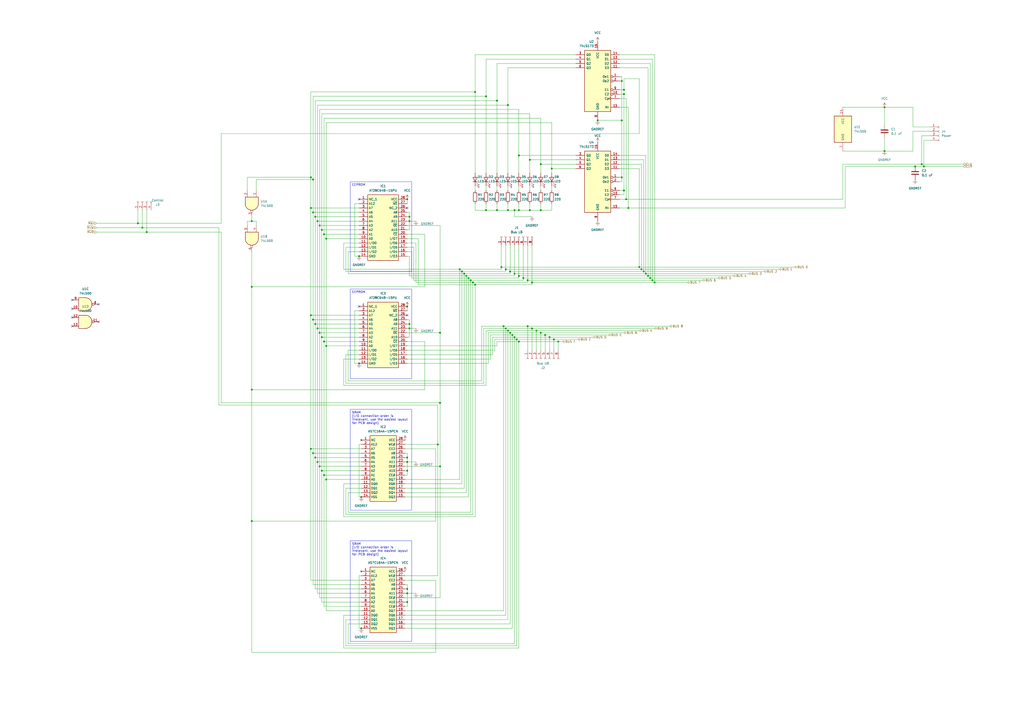
<source format=kicad_sch>
(kicad_sch (version 20231120) (generator "eeschema") (generator_version "8.0")
  (paper "A2")
  (junction (at 180.34 260.35))
  (junction (at 255.27 270.51))
  (junction (at 293.37 190.5))
  (junction (at 185.42 270.51))
  (junction (at 275.59 165.1))
  (junction (at 307.34 92.71))
  (junction (at 377.19 161.29))
  (junction (at 300.99 198.12))
  (junction (at 274.32 163.83))
  (junction (at 288.29 121.92))
  (junction (at 294.64 60.96))
  (junction (at 237.49 190.5))
  (junction (at 255.27 193.04))
  (junction (at 281.94 55.88))
  (junction (at 273.05 162.56))
  (junction (at 323.85 198.12))
  (junction (at 208.28 148.59))
  (junction (at 185.42 130.81))
  (junction (at 267.97 157.48))
  (junction (at 189.23 278.13))
  (junction (at 373.38 157.48))
  (junction (at 364.49 120.65))
  (junction (at 184.15 190.5))
  (junction (at 293.37 156.21))
  (junction (at 308.61 163.83))
  (junction (at 146.05 128.27))
  (junction (at 254 257.81))
  (junction (at 189.23 138.43))
  (junction (at 266.7 156.21))
  (junction (at 298.45 158.75))
  (junction (at 300.99 90.17))
  (junction (at 370.84 154.94))
  (junction (at 237.49 187.96))
  (junction (at 361.95 110.49))
  (junction (at 306.07 162.56))
  (junction (at 360.68 46.99))
  (junction (at 82.55 132.08))
  (junction (at 321.31 196.85))
  (junction (at 85.09 134.62))
  (junction (at 530.86 96.52))
  (junction (at 184.15 267.97))
  (junction (at 360.68 69.85))
  (junction (at 275.59 53.34))
  (junction (at 236.22 341.63))
  (junction (at 236.22 349.25))
  (junction (at 318.77 195.58))
  (junction (at 184.15 128.27))
  (junction (at 236.22 344.17))
  (junction (at 535.94 96.52))
  (junction (at 189.23 200.66))
  (junction (at 186.69 273.05))
  (junction (at 294.64 191.77))
  (junction (at 271.78 161.29))
  (junction (at 187.96 135.89))
  (junction (at 295.91 157.48))
  (junction (at 208.28 210.82))
  (junction (at 378.46 162.56))
  (junction (at 80.01 129.54))
  (junction (at 534.67 95.25))
  (junction (at 513.08 62.23))
  (junction (at 269.24 158.75))
  (junction (at 295.91 193.04))
  (junction (at 182.88 187.96))
  (junction (at 181.61 104.14))
  (junction (at 320.04 97.79))
  (junction (at 288.29 58.42))
  (junction (at 236.22 177.8))
  (junction (at 236.22 273.05))
  (junction (at 186.69 195.58))
  (junction (at 346.71 69.85))
  (junction (at 363.22 115.57))
  (junction (at 374.65 158.75))
  (junction (at 313.69 121.92))
  (junction (at 281.94 121.92))
  (junction (at 187.96 198.12))
  (junction (at 316.23 194.31))
  (junction (at 300.99 160.02))
  (junction (at 290.83 154.94))
  (junction (at 180.34 120.65))
  (junction (at 237.49 128.27))
  (junction (at 311.15 191.77))
  (junction (at 182.88 125.73))
  (junction (at 236.22 265.43))
  (junction (at 187.96 275.59))
  (junction (at 297.18 194.31))
  (junction (at 180.34 102.87))
  (junction (at 294.64 121.92))
  (junction (at 146.05 226.06))
  (junction (at 313.69 193.04))
  (junction (at 303.53 161.29))
  (junction (at 298.45 195.58))
  (junction (at 307.34 121.92))
  (junction (at 372.11 156.21))
  (junction (at 308.61 190.5))
  (junction (at 186.69 133.35))
  (junction (at 185.42 193.04))
  (junction (at 237.49 125.73))
  (junction (at 270.51 160.02))
  (junction (at 375.92 160.02))
  (junction (at 146.05 302.26))
  (junction (at 182.88 265.43))
  (junction (at 298.45 121.92))
  (junction (at 146.05 166.37))
  (junction (at 361.95 54.61))
  (junction (at 236.22 115.57))
  (junction (at 360.68 102.87))
  (junction (at 181.61 262.89))
  (junction (at 299.72 196.85))
  (junction (at 300.99 121.92))
  (junction (at 255.27 233.68))
  (junction (at 361.95 52.07))
  (junction (at 209.55 364.49))
  (junction (at 181.61 123.19))
  (junction (at 236.22 267.97))
  (junction (at 306.07 189.23))
  (junction (at 379.73 163.83))
  (junction (at 313.69 95.25))
  (junction (at 209.55 288.29))
  (junction (at 181.61 185.42))
  (junction (at 180.34 182.88))
  (junction (at 513.08 87.63))
  (junction (at 292.1 189.23))
  (no_connect (at 41.91 179.07))
  (no_connect (at 41.91 189.23))
  (no_connect (at 57.15 186.69))
  (no_connect (at 208.28 115.57))
  (no_connect (at 208.28 177.8))
  (no_connect (at 41.91 173.99))
  (no_connect (at 41.91 184.15))
  (no_connect (at 236.22 120.65))
  (no_connect (at 57.15 176.53))
  (no_connect (at 236.22 182.88))
  (wire (pts (xy 292.1 354.33) (xy 292.1 189.23)))
  (wire (pts (xy 539.75 78.74) (xy 534.67 78.74)))
  (wire (pts (xy 252.73 336.55) (xy 252.73 378.46)))
  (wire (pts (xy 201.93 297.18) (xy 201.93 285.75)))
  (wire (pts (xy 201.93 158.75) (xy 269.24 158.75)))
  (wire (pts (xy 373.38 92.71) (xy 373.38 157.48)))
  (wire (pts (xy 187.96 68.58) (xy 313.69 68.58)))
  (wire (pts (xy 255.27 193.04) (xy 236.22 193.04)))
  (wire (pts (xy 346.71 69.85) (xy 360.68 69.85)))
  (wire (pts (xy 80.01 121.92) (xy 80.01 129.54)))
  (wire (pts (xy 208.28 334.01) (xy 208.28 364.49)))
  (wire (pts (xy 375.92 39.37) (xy 359.41 39.37)))
  (wire (pts (xy 307.34 107.95) (xy 307.34 110.49)))
  (wire (pts (xy 285.75 195.58) (xy 298.45 195.58)))
  (wire (pts (xy 181.61 262.89) (xy 209.55 262.89)))
  (wire (pts (xy 294.64 191.77) (xy 294.64 359.41)))
  (wire (pts (xy 186.69 133.35) (xy 186.69 195.58)))
  (wire (pts (xy 234.95 354.33) (xy 292.1 354.33)))
  (wire (pts (xy 246.38 135.89) (xy 246.38 166.37)))
  (wire (pts (xy 303.53 142.24) (xy 303.53 161.29)))
  (wire (pts (xy 318.77 195.58) (xy 344.17 195.58)))
  (wire (pts (xy 284.48 208.28) (xy 284.48 194.31)))
  (wire (pts (xy 529.59 73.66) (xy 539.75 73.66)))
  (wire (pts (xy 535.94 96.52) (xy 558.8 96.52)))
  (wire (pts (xy 288.29 200.66) (xy 288.29 198.12)))
  (wire (pts (xy 529.59 76.2) (xy 539.75 76.2)))
  (wire (pts (xy 271.78 161.29) (xy 300.99 161.29)))
  (wire (pts (xy 187.96 198.12) (xy 187.96 275.59)))
  (wire (pts (xy 488.95 115.57) (xy 488.95 95.25)))
  (wire (pts (xy 181.61 262.89) (xy 181.61 339.09)))
  (wire (pts (xy 288.29 107.95) (xy 288.29 110.49)))
  (wire (pts (xy 237.49 125.73) (xy 237.49 128.27)))
  (wire (pts (xy 294.64 39.37) (xy 294.64 60.96)))
  (wire (pts (xy 300.99 375.92) (xy 300.99 198.12)))
  (wire (pts (xy 360.68 102.87) (xy 360.68 105.41)))
  (wire (pts (xy 189.23 71.12) (xy 189.23 138.43)))
  (wire (pts (xy 236.22 177.8) (xy 236.22 180.34)))
  (wire (pts (xy 180.34 53.34) (xy 180.34 102.87)))
  (wire (pts (xy 185.42 346.71) (xy 209.55 346.71)))
  (wire (pts (xy 320.04 71.12) (xy 320.04 97.79)))
  (wire (pts (xy 234.95 283.21) (xy 269.24 283.21)))
  (wire (pts (xy 370.84 154.94) (xy 461.01 154.94)))
  (wire (pts (xy 379.73 31.75) (xy 359.41 31.75)))
  (wire (pts (xy 237.49 128.27) (xy 241.3 128.27)))
  (wire (pts (xy 308.61 163.83) (xy 379.73 163.83)))
  (wire (pts (xy 279.4 220.98) (xy 279.4 189.23)))
  (wire (pts (xy 307.34 92.71) (xy 307.34 100.33)))
  (wire (pts (xy 199.39 156.21) (xy 266.7 156.21)))
  (wire (pts (xy 252.73 260.35) (xy 252.73 302.26)))
  (wire (pts (xy 199.39 208.28) (xy 199.39 223.52)))
  (wire (pts (xy 200.66 143.51) (xy 200.66 157.48)))
  (wire (pts (xy 181.61 185.42) (xy 181.61 262.89)))
  (wire (pts (xy 298.45 158.75) (xy 298.45 160.02)))
  (wire (pts (xy 199.39 375.92) (xy 300.99 375.92)))
  (wire (pts (xy 320.04 97.79) (xy 320.04 100.33)))
  (wire (pts (xy 308.61 190.5) (xy 379.73 190.5)))
  (wire (pts (xy 299.72 196.85) (xy 321.31 196.85)))
  (wire (pts (xy 237.49 148.59) (xy 237.49 160.02)))
  (wire (pts (xy 281.94 55.88) (xy 281.94 100.33)))
  (wire (pts (xy 201.93 373.38) (xy 298.45 373.38)))
  (wire (pts (xy 513.08 87.63) (xy 513.08 80.01)))
  (wire (pts (xy 234.95 341.63) (xy 236.22 341.63)))
  (wire (pts (xy 313.69 193.04) (xy 361.95 193.04)))
  (wire (pts (xy 208.28 118.11) (xy 205.74 118.11)))
  (wire (pts (xy 283.21 193.04) (xy 295.91 193.04)))
  (wire (pts (xy 237.49 185.42) (xy 237.49 187.96)))
  (wire (pts (xy 290.83 154.94) (xy 290.83 156.21)))
  (wire (pts (xy 236.22 265.43) (xy 236.22 267.97)))
  (wire (pts (xy 363.22 115.57) (xy 363.22 57.15)))
  (wire (pts (xy 374.65 90.17) (xy 374.65 158.75)))
  (wire (pts (xy 146.05 146.05) (xy 146.05 166.37)))
  (wire (pts (xy 323.85 198.12) (xy 323.85 203.2)))
  (wire (pts (xy 360.68 102.87) (xy 359.41 102.87)))
  (wire (pts (xy 284.48 194.31) (xy 297.18 194.31)))
  (wire (pts (xy 313.69 95.25) (xy 313.69 100.33)))
  (wire (pts (xy 236.22 341.63) (xy 236.22 344.17)))
  (wire (pts (xy 298.45 121.92) (xy 298.45 125.73)))
  (wire (pts (xy 189.23 354.33) (xy 209.55 354.33)))
  (wire (pts (xy 236.22 115.57) (xy 236.22 118.11)))
  (wire (pts (xy 254 234.95) (xy 127 234.95)))
  (wire (pts (xy 373.38 157.48) (xy 443.23 157.48)))
  (wire (pts (xy 186.69 273.05) (xy 186.69 349.25)))
  (wire (pts (xy 513.08 62.23) (xy 488.95 62.23)))
  (wire (pts (xy 199.39 223.52) (xy 281.94 223.52)))
  (wire (pts (xy 300.99 121.92) (xy 298.45 121.92)))
  (wire (pts (xy 288.29 198.12) (xy 300.99 198.12)))
  (wire (pts (xy 181.61 104.14) (xy 181.61 123.19)))
  (wire (pts (xy 148.59 104.14) (xy 148.59 110.49)))
  (wire (pts (xy 281.94 107.95) (xy 281.94 110.49)))
  (wire (pts (xy 182.88 58.42) (xy 182.88 125.73)))
  (wire (pts (xy 295.91 193.04) (xy 295.91 361.95)))
  (wire (pts (xy 321.31 196.85) (xy 321.31 203.2)))
  (wire (pts (xy 185.42 63.5) (xy 300.99 63.5)))
  (wire (pts (xy 377.19 161.29) (xy 416.56 161.29)))
  (wire (pts (xy 236.22 125.73) (xy 237.49 125.73)))
  (wire (pts (xy 313.69 95.25) (xy 313.69 68.58)))
  (wire (pts (xy 275.59 118.11) (xy 275.59 121.92)))
  (wire (pts (xy 311.15 191.77) (xy 370.84 191.77)))
  (wire (pts (xy 128.27 77.47) (xy 128.27 129.54)))
  (wire (pts (xy 185.42 193.04) (xy 185.42 270.51)))
  (wire (pts (xy 189.23 354.33) (xy 189.23 278.13)))
  (wire (pts (xy 236.22 349.25) (xy 236.22 344.17)))
  (wire (pts (xy 146.05 166.37) (xy 146.05 226.06)))
  (wire (pts (xy 246.38 198.12) (xy 246.38 226.06)))
  (wire (pts (xy 255.27 233.68) (xy 128.27 233.68)))
  (wire (pts (xy 267.97 280.67) (xy 234.95 280.67)))
  (wire (pts (xy 287.02 203.2) (xy 287.02 196.85)))
  (wire (pts (xy 534.67 95.25) (xy 558.8 95.25)))
  (wire (pts (xy 234.95 356.87) (xy 293.37 356.87)))
  (wire (pts (xy 185.42 270.51) (xy 209.55 270.51)))
  (wire (pts (xy 275.59 121.92) (xy 281.94 121.92)))
  (wire (pts (xy 236.22 140.97) (xy 241.3 140.97)))
  (wire (pts (xy 182.88 125.73) (xy 182.88 187.96)))
  (wire (pts (xy 359.41 52.07) (xy 361.95 52.07)))
  (wire (pts (xy 294.64 60.96) (xy 294.64 100.33)))
  (wire (pts (xy 513.08 72.39) (xy 513.08 62.23)))
  (wire (pts (xy 208.28 185.42) (xy 181.61 185.42)))
  (wire (pts (xy 208.28 205.74) (xy 200.66 205.74)))
  (wire (pts (xy 288.29 118.11) (xy 288.29 121.92)))
  (wire (pts (xy 180.34 53.34) (xy 275.59 53.34)))
  (wire (pts (xy 255.27 270.51) (xy 255.27 346.71)))
  (wire (pts (xy 372.11 156.21) (xy 452.12 156.21)))
  (wire (pts (xy 300.99 90.17) (xy 300.99 100.33)))
  (wire (pts (xy 236.22 208.28) (xy 284.48 208.28)))
  (wire (pts (xy 236.22 205.74) (xy 285.75 205.74)))
  (wire (pts (xy 379.73 163.83) (xy 398.78 163.83)))
  (wire (pts (xy 359.41 97.79) (xy 370.84 97.79)))
  (wire (pts (xy 255.27 346.71) (xy 234.95 346.71)))
  (wire (pts (xy 295.91 157.48) (xy 295.91 158.75)))
  (wire (pts (xy 313.69 107.95) (xy 313.69 110.49)))
  (wire (pts (xy 254 334.01) (xy 234.95 334.01)))
  (wire (pts (xy 288.29 36.83) (xy 288.29 58.42)))
  (wire (pts (xy 359.41 113.03) (xy 361.95 113.03)))
  (wire (pts (xy 320.04 118.11) (xy 320.04 121.92)))
  (wire (pts (xy 294.64 121.92) (xy 298.45 121.92)))
  (wire (pts (xy 535.94 96.52) (xy 535.94 81.28)))
  (wire (pts (xy 181.61 339.09) (xy 209.55 339.09)))
  (wire (pts (xy 255.27 233.68) (xy 255.27 270.51)))
  (wire (pts (xy 361.95 54.61) (xy 361.95 110.49)))
  (wire (pts (xy 316.23 194.31) (xy 316.23 203.2)))
  (wire (pts (xy 82.55 132.08) (xy 127 132.08)))
  (wire (pts (xy 199.39 280.67) (xy 199.39 299.72)))
  (wire (pts (xy 208.28 138.43) (xy 189.23 138.43)))
  (wire (pts (xy 199.39 140.97) (xy 199.39 156.21)))
  (wire (pts (xy 255.27 130.81) (xy 255.27 193.04)))
  (wire (pts (xy 529.59 62.23) (xy 529.59 73.66)))
  (wire (pts (xy 290.83 142.24) (xy 290.83 154.94)))
  (wire (pts (xy 293.37 190.5) (xy 308.61 190.5)))
  (wire (pts (xy 205.74 148.59) (xy 208.28 148.59)))
  (wire (pts (xy 236.22 339.09) (xy 236.22 341.63)))
  (wire (pts (xy 334.01 95.25) (xy 313.69 95.25)))
  (wire (pts (xy 313.69 121.92) (xy 307.34 121.92)))
  (wire (pts (xy 236.22 130.81) (xy 255.27 130.81)))
  (wire (pts (xy 236.22 351.79) (xy 236.22 349.25)))
  (wire (pts (xy 189.23 200.66) (xy 189.23 278.13)))
  (wire (pts (xy 295.91 157.48) (xy 373.38 157.48)))
  (wire (pts (xy 334.01 92.71) (xy 307.34 92.71)))
  (wire (pts (xy 209.55 257.81) (xy 208.28 257.81)))
  (wire (pts (xy 182.88 187.96) (xy 182.88 265.43)))
  (wire (pts (xy 205.74 180.34) (xy 205.74 210.82)))
  (wire (pts (xy 187.96 275.59) (xy 187.96 351.79)))
  (wire (pts (xy 208.28 288.29) (xy 209.55 288.29)))
  (wire (pts (xy 146.05 128.27) (xy 146.05 125.73)))
  (wire (pts (xy 297.18 194.31) (xy 316.23 194.31)))
  (wire (pts (xy 270.51 285.75) (xy 234.95 285.75)))
  (wire (pts (xy 269.24 283.21) (xy 269.24 158.75)))
  (wire (pts (xy 208.28 130.81) (xy 185.42 130.81)))
  (wire (pts (xy 208.28 125.73) (xy 182.88 125.73)))
  (wire (pts (xy 361.95 45.72) (xy 370.84 45.72)))
  (wire (pts (xy 375.92 160.02) (xy 425.45 160.02)))
  (wire (pts (xy 273.05 162.56) (xy 273.05 297.18)))
  (wire (pts (xy 270.51 160.02) (xy 270.51 285.75)))
  (wire (pts (xy 281.94 223.52) (xy 281.94 191.77)))
  (wire (pts (xy 298.45 373.38) (xy 298.45 195.58)))
  (wire (pts (xy 234.95 265.43) (xy 236.22 265.43)))
  (wire (pts (xy 201.93 220.98) (xy 279.4 220.98)))
  (wire (pts (xy 300.99 107.95) (xy 300.99 110.49)))
  (wire (pts (xy 237.49 187.96) (xy 237.49 190.5)))
  (wire (pts (xy 182.88 58.42) (xy 288.29 58.42)))
  (wire (pts (xy 254 257.81) (xy 254 334.01)))
  (wire (pts (xy 236.22 146.05) (xy 238.76 146.05)))
  (wire (pts (xy 240.03 143.51) (xy 240.03 162.56)))
  (wire (pts (xy 209.55 334.01) (xy 208.28 334.01)))
  (wire (pts (xy 252.73 302.26) (xy 146.05 302.26)))
  (wire (pts (xy 359.41 120.65) (xy 364.49 120.65)))
  (wire (pts (xy 299.72 374.65) (xy 200.66 374.65)))
  (wire (pts (xy 208.28 182.88) (xy 180.34 182.88)))
  (wire (pts (xy 323.85 198.12) (xy 326.39 198.12)))
  (wire (pts (xy 208.28 143.51) (xy 200.66 143.51)))
  (wire (pts (xy 236.22 267.97) (xy 241.3 267.97)))
  (wire (pts (xy 236.22 187.96) (xy 237.49 187.96)))
  (wire (pts (xy 236.22 262.89) (xy 236.22 265.43)))
  (wire (pts (xy 293.37 142.24) (xy 293.37 156.21)))
  (wire (pts (xy 281.94 121.92) (xy 288.29 121.92)))
  (wire (pts (xy 180.34 120.65) (xy 180.34 182.88)))
  (wire (pts (xy 234.95 349.25) (xy 236.22 349.25)))
  (wire (pts (xy 363.22 115.57) (xy 488.95 115.57)))
  (wire (pts (xy 236.22 143.51) (xy 240.03 143.51)))
  (wire (pts (xy 308.61 163.83) (xy 308.61 165.1)))
  (wire (pts (xy 370.84 97.79) (xy 370.84 154.94)))
  (wire (pts (xy 186.69 273.05) (xy 209.55 273.05)))
  (wire (pts (xy 255.27 270.51) (xy 234.95 270.51)))
  (wire (pts (xy 361.95 54.61) (xy 359.41 54.61)))
  (wire (pts (xy 334.01 31.75) (xy 275.59 31.75)))
  (wire (pts (xy 237.49 160.02) (xy 270.51 160.02)))
  (wire (pts (xy 184.15 190.5) (xy 184.15 267.97)))
  (wire (pts (xy 208.28 140.97) (xy 199.39 140.97)))
  (wire (pts (xy 184.15 128.27) (xy 184.15 190.5)))
  (wire (pts (xy 529.59 76.2) (xy 529.59 87.63)))
  (wire (pts (xy 146.05 302.26) (xy 146.05 378.46)))
  (wire (pts (xy 199.39 299.72) (xy 275.59 299.72)))
  (wire (pts (xy 201.93 146.05) (xy 201.93 158.75)))
  (wire (pts (xy 236.22 273.05) (xy 236.22 267.97)))
  (wire (pts (xy 148.59 130.81) (xy 148.59 128.27)))
  (wire (pts (xy 364.49 120.65) (xy 490.22 120.65)))
  (wire (pts (xy 535.94 81.28) (xy 539.75 81.28)))
  (wire (pts (xy 300.99 118.11) (xy 300.99 121.92)))
  (wire (pts (xy 186.69 66.04) (xy 186.69 133.35)))
  (wire (pts (xy 294.64 191.77) (xy 311.15 191.77)))
  (wire (pts (xy 288.29 58.42) (xy 288.29 100.33)))
  (wire (pts (xy 321.31 196.85) (xy 335.28 196.85)))
  (wire (pts (xy 534.67 78.74) (xy 534.67 95.25)))
  (wire (pts (xy 234.95 260.35) (xy 252.73 260.35)))
  (wire (pts (xy 267.97 157.48) (xy 267.97 280.67)))
  (wire (pts (xy 209.55 265.43) (xy 182.88 265.43)))
  (wire (pts (xy 208.28 193.04) (xy 185.42 193.04)))
  (wire (pts (xy 200.66 157.48) (xy 267.97 157.48)))
  (wire (pts (xy 236.22 344.17) (xy 241.3 344.17)))
  (wire (pts (xy 185.42 270.51) (xy 185.42 346.71)))
  (wire (pts (xy 280.67 222.25) (xy 280.67 190.5)))
  (wire (pts (xy 236.22 203.2) (xy 287.02 203.2)))
  (wire (pts (xy 184.15 60.96) (xy 184.15 128.27)))
  (wire (pts (xy 334.01 97.79) (xy 320.04 97.79)))
  (wire (pts (xy 359.41 62.23) (xy 364.49 62.23)))
  (wire (pts (xy 306.07 162.56) (xy 306.07 163.83)))
  (wire (pts (xy 143.51 128.27) (xy 146.05 128.27)))
  (wire (pts (xy 236.22 135.89) (xy 246.38 135.89)))
  (wire (pts (xy 201.93 285.75) (xy 209.55 285.75)))
  (wire (pts (xy 236.22 128.27) (xy 237.49 128.27)))
  (wire (pts (xy 361.95 52.07) (xy 361.95 45.72)))
  (wire (pts (xy 236.22 200.66) (xy 288.29 200.66)))
  (wire (pts (xy 364.49 62.23) (xy 364.49 120.65)))
  (wire (pts (xy 281.94 34.29) (xy 281.94 55.88)))
  (wire (pts (xy 146.05 226.06) (xy 146.05 302.26)))
  (wire (pts (xy 146.05 166.37) (xy 246.38 166.37)))
  (wire (pts (xy 199.39 356.87) (xy 199.39 375.92)))
  (wire (pts (xy 237.49 128.27) (xy 237.49 133.35)))
  (wire (pts (xy 488.95 95.25) (xy 534.67 95.25)))
  (wire (pts (xy 273.05 297.18) (xy 201.93 297.18)))
  (wire (pts (xy 185.42 63.5) (xy 185.42 130.81)))
  (wire (pts (xy 530.86 96.52) (xy 535.94 96.52)))
  (wire (pts (xy 242.57 138.43) (xy 242.57 165.1)))
  (wire (pts (xy 180.34 102.87) (xy 143.51 102.87)))
  (wire (pts (xy 300.99 160.02) (xy 300.99 161.29)))
  (wire (pts (xy 359.41 44.45) (xy 360.68 44.45)))
  (wire (pts (xy 208.28 208.28) (xy 199.39 208.28)))
  (wire (pts (xy 318.77 195.58) (xy 318.77 203.2)))
  (wire (pts (xy 186.69 349.25) (xy 209.55 349.25)))
  (wire (pts (xy 316.23 194.31) (xy 353.06 194.31)))
  (wire (pts (xy 361.95 110.49) (xy 359.41 110.49)))
  (wire (pts (xy 201.93 203.2) (xy 201.93 220.98)))
  (wire (pts (xy 189.23 138.43) (xy 189.23 200.66)))
  (wire (pts (xy 181.61 123.19) (xy 181.61 185.42)))
  (wire (pts (xy 313.69 203.2) (xy 313.69 193.04)))
  (wire (pts (xy 208.28 203.2) (xy 201.93 203.2)))
  (wire (pts (xy 143.51 130.81) (xy 143.51 128.27)))
  (wire (pts (xy 236.22 133.35) (xy 237.49 133.35)))
  (wire (pts (xy 209.55 278.13) (xy 189.23 278.13)))
  (wire (pts (xy 379.73 163.83) (xy 379.73 31.75)))
  (wire (pts (xy 240.03 162.56) (xy 273.05 162.56)))
  (wire (pts (xy 209.55 267.97) (xy 184.15 267.97)))
  (wire (pts (xy 200.66 283.21) (xy 200.66 298.45)))
  (wire (pts (xy 375.92 160.02) (xy 375.92 39.37)))
  (wire (pts (xy 234.95 344.17) (xy 236.22 344.17)))
  (wire (pts (xy 201.93 361.95) (xy 201.93 373.38)))
  (wire (pts (xy 186.69 66.04) (xy 307.34 66.04)))
  (wire (pts (xy 313.69 118.11) (xy 313.69 121.92)))
  (wire (pts (xy 181.61 55.88) (xy 281.94 55.88)))
  (wire (pts (xy 295.91 142.24) (xy 295.91 157.48)))
  (wire (pts (xy 209.55 361.95) (xy 201.93 361.95)))
  (wire (pts (xy 208.28 120.65) (xy 180.34 120.65)))
  (wire (pts (xy 299.72 196.85) (xy 299.72 374.65)))
  (wire (pts (xy 208.28 364.49) (xy 209.55 364.49)))
  (wire (pts (xy 359.41 90.17) (xy 374.65 90.17)))
  (wire (pts (xy 208.28 135.89) (xy 187.96 135.89)))
  (wire (pts (xy 237.49 123.19) (xy 237.49 125.73)))
  (wire (pts (xy 267.97 157.48) (xy 293.37 157.48)))
  (wire (pts (xy 85.09 121.92) (xy 85.09 134.62)))
  (wire (pts (xy 275.59 53.34) (xy 275.59 100.33)))
  (wire (pts (xy 273.05 162.56) (xy 303.53 162.56)))
  (wire (pts (xy 208.28 198.12) (xy 187.96 198.12)))
  (wire (pts (xy 180.34 102.87) (xy 180.34 120.65)))
  (wire (pts (xy 363.22 57.15) (xy 359.41 57.15)))
  (wire (pts (xy 187.96 351.79) (xy 209.55 351.79)))
  (wire (pts (xy 295.91 361.95) (xy 234.95 361.95)))
  (wire (pts (xy 359.41 95.25) (xy 372.11 95.25)))
  (wire (pts (xy 320.04 121.92) (xy 313.69 121.92)))
  (wire (pts (xy 234.95 339.09) (xy 236.22 339.09)))
  (wire (pts (xy 182.88 341.63) (xy 209.55 341.63)))
  (wire (pts (xy 307.34 66.04) (xy 307.34 92.71)))
  (wire (pts (xy 308.61 203.2) (xy 308.61 190.5)))
  (wire (pts (xy 320.04 107.95) (xy 320.04 110.49)))
  (wire (pts (xy 234.95 273.05) (xy 236.22 273.05)))
  (wire (pts (xy 306.07 189.23) (xy 306.07 203.2)))
  (wire (pts (xy 293.37 190.5) (xy 293.37 356.87)))
  (wire (pts (xy 287.02 196.85) (xy 299.72 196.85)))
  (wire (pts (xy 208.28 123.19) (xy 181.61 123.19)))
  (wire (pts (xy 300.99 142.24) (xy 300.99 160.02)))
  (wire (pts (xy 275.59 107.95) (xy 275.59 110.49)))
  (wire (pts (xy 311.15 191.77) (xy 311.15 203.2)))
  (wire (pts (xy 184.15 344.17) (xy 209.55 344.17)))
  (wire (pts (xy 236.22 210.82) (xy 283.21 210.82)))
  (wire (pts (xy 294.64 39.37) (xy 334.01 39.37)))
  (wire (pts (xy 200.66 222.25) (xy 280.67 222.25)))
  (wire (pts (xy 266.7 156.21) (xy 290.83 156.21)))
  (wire (pts (xy 274.32 298.45) (xy 274.32 163.83)))
  (wire (pts (xy 184.15 267.97) (xy 184.15 344.17)))
  (wire (pts (xy 187.96 135.89) (xy 187.96 198.12)))
  (wire (pts (xy 208.28 146.05) (xy 201.93 146.05)))
  (wire (pts (xy 237.49 190.5) (xy 241.3 190.5)))
  (wire (pts (xy 275.59 31.75) (xy 275.59 53.34)))
  (wire (pts (xy 55.88 129.54) (xy 80.01 129.54)))
  (wire (pts (xy 488.95 87.63) (xy 513.08 87.63)))
  (wire (pts (xy 334.01 90.17) (xy 300.99 90.17)))
  (wire (pts (xy 293.37 156.21) (xy 293.37 157.48)))
  (wire (pts (xy 181.61 55.88) (xy 181.61 104.14)))
  (wire (pts (xy 209.55 280.67) (xy 199.39 280.67)))
  (wire (pts (xy 360.68 69.85) (xy 360.68 102.87)))
  (wire (pts (xy 307.34 118.11) (xy 307.34 121.92)))
  (wire (pts (xy 378.46 162.56) (xy 407.67 162.56)))
  (wire (pts (xy 255.27 193.04) (xy 255.27 233.68)))
  (wire (pts (xy 186.69 195.58) (xy 186.69 273.05)))
  (wire (pts (xy 529.59 87.63) (xy 513.08 87.63)))
  (wire (pts (xy 298.45 142.24) (xy 298.45 158.75)))
  (wire (pts (xy 237.49 190.5) (xy 237.49 195.58)))
  (wire (pts (xy 246.38 226.06) (xy 146.05 226.06)))
  (wire (pts (xy 294.64 107.95) (xy 294.64 110.49)))
  (wire (pts (xy 208.28 133.35) (xy 186.69 133.35)))
  (wire (pts (xy 205.74 118.11) (xy 205.74 148.59)))
  (wire (pts (xy 359.41 34.29) (xy 378.46 34.29)))
  (wire (pts (xy 281.94 191.77) (xy 294.64 191.77)))
  (wire (pts (xy 180.34 182.88) (xy 180.34 260.35)))
  (wire (pts (xy 234.95 275.59) (xy 236.22 275.59)))
  (wire (pts (xy 189.23 71.12) (xy 320.04 71.12)))
  (wire (pts (xy 234.95 267.97) (xy 236.22 267.97)))
  (wire (pts (xy 181.61 104.14) (xy 148.59 104.14)))
  (wire (pts (xy 128.27 77.47) (xy 370.84 77.47)))
  (wire (pts (xy 293.37 156.21) (xy 372.11 156.21)))
  (wire (pts (xy 306.07 142.24) (xy 306.07 162.56)))
  (wire (pts (xy 234.95 364.49) (xy 297.18 364.49)))
  (wire (pts (xy 234.95 336.55) (xy 252.73 336.55)))
  (wire (pts (xy 208.28 128.27) (xy 184.15 128.27)))
  (wire (pts (xy 285.75 205.74) (xy 285.75 195.58)))
  (wire (pts (xy 205.74 210.82) (xy 208.28 210.82)))
  (wire (pts (xy 288.29 121.92) (xy 294.64 121.92)))
  (wire (pts (xy 359.41 36.83) (xy 377.19 36.83)))
  (wire (pts (xy 236.22 123.19) (xy 237.49 123.19)))
  (wire (pts (xy 372.11 95.25) (xy 372.11 156.21)))
  (wire (pts (xy 378.46 34.29) (xy 378.46 162.56)))
  (wire (pts (xy 308.61 142.24) (xy 308.61 163.83)))
  (wire (pts (xy 298.45 158.75) (xy 374.65 158.75)))
  (wire (pts (xy 80.01 129.54) (xy 128.27 129.54)))
  (wire (pts (xy 185.42 130.81) (xy 185.42 193.04)))
  (wire (pts (xy 254 257.81) (xy 254 234.95)))
  (wire (pts (xy 208.28 257.81) (xy 208.28 288.29)))
  (wire (pts (xy 209.55 356.87) (xy 199.39 356.87)))
  (wire (pts (xy 234.95 278.13) (xy 266.7 278.13)))
  (wire (pts (xy 303.53 161.29) (xy 303.53 162.56)))
  (wire (pts (xy 234.95 351.79) (xy 236.22 351.79)))
  (wire (pts (xy 143.51 102.87) (xy 143.51 110.49)))
  (wire (pts (xy 55.88 134.62) (xy 85.09 134.62)))
  (wire (pts (xy 283.21 210.82) (xy 283.21 193.04)))
  (wire (pts (xy 184.15 60.96) (xy 294.64 60.96)))
  (wire (pts (xy 238.76 161.29) (xy 271.78 161.29)))
  (wire (pts (xy 187.96 68.58) (xy 187.96 135.89)))
  (wire (pts (xy 236.22 138.43) (xy 242.57 138.43)))
  (wire (pts (xy 271.78 288.29) (xy 271.78 161.29)))
  (wire (pts (xy 236.22 195.58) (xy 237.49 195.58)))
  (wire (pts (xy 209.55 283.21) (xy 200.66 283.21)))
  (wire (pts (xy 208.28 200.66) (xy 189.23 200.66)))
  (wire (pts (xy 300.99 198.12) (xy 323.85 198.12)))
  (wire (pts (xy 82.55 121.92) (xy 82.55 132.08)))
  (wire (pts (xy 236.22 275.59) (xy 236.22 273.05)))
  (wire (pts (xy 374.65 158.75) (xy 434.34 158.75)))
  (wire (pts (xy 360.68 46.99) (xy 359.41 46.99)))
  (wire (pts (xy 281.94 34.29) (xy 334.01 34.29)))
  (wire (pts (xy 234.95 288.29) (xy 271.78 288.29)))
  (wire (pts (xy 241.3 140.97) (xy 241.3 163.83)))
  (wire (pts (xy 208.28 180.34) (xy 205.74 180.34)))
  (wire (pts (xy 306.07 189.23) (xy 388.62 189.23)))
  (wire (pts (xy 236.22 148.59) (xy 237.49 148.59)))
  (wire (pts (xy 127 234.95) (xy 127 132.08)))
  (wire (pts (xy 360.68 44.45) (xy 360.68 46.99)))
  (wire (pts (xy 300.99 90.17) (xy 300.99 63.5)))
  (wire (pts (xy 275.59 299.72) (xy 275.59 165.1)))
  (wire (pts (xy 180.34 260.35) (xy 180.34 336.55)))
  (wire (pts (xy 303.53 161.29) (xy 377.19 161.29)))
  (wire (pts (xy 298.45 125.73) (xy 308.61 125.73)))
  (wire (pts (xy 200.66 298.45) (xy 274.32 298.45)))
  (wire (pts (xy 238.76 146.05) (xy 238.76 161.29)))
  (wire (pts (xy 128.27 233.68) (xy 128.27 134.62)))
  (wire (pts (xy 275.59 165.1) (xy 308.61 165.1)))
  (wire (pts (xy 252.73 378.46) (xy 146.05 378.46)))
  (wire (pts (xy 236.22 198.12) (xy 246.38 198.12)))
  (wire (pts (xy 377.19 36.83) (xy 377.19 161.29)))
  (wire (pts (xy 361.95 110.49) (xy 361.95 113.03)))
  (wire (pts (xy 200.66 205.74) (xy 200.66 222.25)))
  (wire (pts (xy 241.3 163.83) (xy 274.32 163.83)))
  (wire (pts (xy 85.09 134.62) (xy 128.27 134.62)))
  (wire (pts (xy 266.7 278.13) (xy 266.7 156.21)))
  (wire (pts (xy 307.34 121.92) (xy 300.99 121.92)))
  (wire (pts (xy 234.95 359.41) (xy 294.64 359.41)))
  (wire (pts (xy 234.95 262.89) (xy 236.22 262.89)))
  (wire (pts (xy 290.83 154.94) (xy 370.84 154.94)))
  (wire (pts (xy 274.32 163.83) (xy 306.07 163.83)))
  (wire (pts (xy 182.88 265.43) (xy 182.88 341.63)))
  (wire (pts (xy 295.91 193.04) (xy 313.69 193.04)))
  (wire (pts (xy 234.95 257.81) (xy 254 257.81)))
  (wire (pts (xy 490.22 96.52) (xy 530.86 96.52)))
  (wire (pts (xy 294.64 118.11) (xy 294.64 121.92)))
  (wire (pts (xy 280.67 190.5) (xy 293.37 190.5)))
  (wire (pts (xy 281.94 118.11) (xy 281.94 121.92)))
  (wire (pts (xy 279.4 189.23) (xy 292.1 189.23)))
  (wire (pts (xy 269.24 158.75) (xy 295.91 158.75)))
  (wire (pts (xy 236.22 185.42) (xy 237.49 185.42)))
  (wire (pts (xy 242.57 165.1) (xy 275.59 165.1)))
  (wire (pts (xy 148.59 128.27) (xy 146.05 128.27)))
  (wire (pts (xy 292.1 189.23) (xy 306.07 189.23)))
  (wire (pts (xy 360.68 105.41) (xy 359.41 105.41)))
  (wire (pts (xy 208.28 195.58) (xy 186.69 195.58)))
  (wire (pts (xy 359.41 92.71) (xy 373.38 92.71)))
  (wire (pts (xy 370.84 77.47) (xy 370.84 45.72)))
  (wire (pts (xy 513.08 62.23) (xy 529.59 62.23)))
  (wire (pts (xy 55.88 132.08) (xy 82.55 132.08)))
  (wire (pts (xy 360.68 46.99) (xy 360.68 69.85)))
  (wire (pts (xy 270.51 160.02) (xy 298.45 160.02)))
  (wire (pts (xy 297.18 364.49) (xy 297.18 194.31)))
  (wire (pts (xy 187.96 275.59) (xy 209.55 275.59)))
  (wire (pts (xy 208.28 190.5) (xy 184.15 190.5)))
  (wire (pts (xy 298.45 195.58) (xy 318.77 195.58)))
  (wire (pts (xy 209.55 336.55) (xy 180.34 336.55)))
  (wire (pts (xy 200.66 359.41) (xy 209.55 359.41)))
  (wire (pts (xy 306.07 162.56) (xy 378.46 162.56)))
  (wire (pts (xy 236.22 190.5) (xy 237.49 190.5)))
  (wire (pts (xy 334.01 36.83) (xy 288.29 36.83)))
  (wire (pts (xy 208.28 187.96) (xy 182.88 187.96)))
  (wire (pts (xy 200.66 374.65) (xy 200.66 359.41)))
  (wire (pts (xy 490.22 120.65) (xy 490.22 96.52)))
  (wire (pts (xy 300.99 160.02) (xy 375.92 160.02)))
  (wire (pts (xy 361.95 52.07) (xy 361.95 54.61)))
  (wire (pts (xy 209.55 260.35) (xy 180.34 260.35)))
  (wire (pts (xy 359.41 115.57) (xy 363.22 115.57)))
  (text_box "SRAM\n(I/O connection order is irrelevant, use the easiest layout for PCB design)" (at 203.2 313.69 0) (size 35.56 58.42) (effects (font (size 1.27 1.27)) (justify left top)))
  (text_box "SRAM\n(I/O connection order is irrelevant, use the easiest layout for PCB design)" (at 203.2 237.49 0) (size 35.56 58.42) (effects (font (size 1.27 1.27)) (justify left top)))
  (text_box "EEPROM" (at 203.2 167.64 0) (size 35.56 52.07) (effects (font (size 1.27 1.27)) (justify left top)))
  (text_box "EEPROM" (at 203.2 105.41 0) (size 35.56 52.07) (effects (font (size 1.27 1.27)) (justify left top)))
  (hierarchical_label "CLR" (shape input) (at 558.8 96.52 0))
  (hierarchical_label "~{MvW}" (shape input) (at 55.88 132.08 180))
  (hierarchical_label "BUS 3" (shape tri_state) (at 434.34 158.75 0))
  (hierarchical_label "BUS 2" (shape tri_state) (at 443.23 157.48 0))
  (hierarchical_label "BUS 6" (shape tri_state) (at 407.67 162.56 0))
  (hierarchical_label "BUS 4" (shape tri_state) (at 425.45 160.02 0))
  (hierarchical_label "BUS D" (shape tri_state) (at 344.17 195.58 0))
  (hierarchical_label "BUS 5" (shape tri_state) (at 416.56 161.29 0))
  (hierarchical_label "BUS C" (shape tri_state) (at 353.06 194.31 0))
  (hierarchical_label "~{MaI}" (shape input) (at 55.88 129.54 180))
  (hierarchical_label "BUS B" (shape tri_state) (at 361.95 193.04 0))
  (hierarchical_label "BUS 9" (shape tri_state) (at 379.73 190.5 0))
  (hierarchical_label "BUS 7" (shape tri_state) (at 398.78 163.83 0))
  (hierarchical_label "BUS 1" (shape tri_state) (at 452.12 156.21 0))
  (hierarchical_label "~{MvR}" (shape input) (at 55.88 134.62 180))
  (hierarchical_label "CLK" (shape input) (at 558.8 95.25 0))
  (hierarchical_label "BUS A" (shape tri_state) (at 370.84 191.77 0))
  (hierarchical_label "BUS F" (shape tri_state) (at 326.39 198.12 0))
  (hierarchical_label "BUS 8" (shape tri_state) (at 388.62 189.23 0))
  (hierarchical_label "BUS 0" (shape tri_state) (at 461.01 154.94 0))
  (hierarchical_label "BUS E" (shape tri_state) (at 335.28 196.85 0))
  (symbol (lib_id "power:GNDREF") (at 241.3 128.27 0) (unit 1)
    (property "Reference" "#PWR05" (effects (hide yes)))
    (property "Value" "GNDREF" (at 247.904 129.794 0))
    (property "Description" "Power symbol creates a global label with name \"GNDREF\" , reference supply ground" (effects (hide yes)))
  )
  (symbol (lib_id "Device:LED") (at 288.29 104.14 90) (unit 1)
    (property "Reference" "D3" (at 289.814 102.616 90) (effects (justify right)))
    (property "Value" "LED" (at 289.814 105.156 90) (effects (justify right)))
    (property "Footprint" "LED_SMD:LED_1206_3216Metric_Pad1.42x1.75mm_HandSolder" (effects (hide yes)))
    (property "Description" "Light emitting diode" (effects (hide yes)))
  )
  (symbol (lib_id "power:GNDREF") (at 209.55 364.49 0) (unit 1)
    (property "Reference" "#PWR010" (effects (hide yes)))
    (property "Value" "GNDREF" (at 209.55 369.57 0))
    (property "Description" "Power symbol creates a global label with name \"GNDREF\" , reference supply ground" (effects (hide yes)))
  )
  (symbol (lib_id "AT28C64B-15PU:AT28C64B-15PU") (at 208.28 115.57 0) (unit 1)
    (property "Reference" "IC1" (at 222.25 107.95 0))
    (property "Value" "AT28C64B-15PU" (at 222.25 110.49 0))
    (property "Footprint" "AT28C64B-15PU:DIP1556W56P254L3702H483Q28N" (effects (hide yes)))
    (property "Datasheet" "http://www.atmel.com/images/doc0270.pdf" (effects (hide yes)))
    (property "Description" "AT28C64B-15PU, Parallel EEPROM Memory 64kbit, Parallel, 150ns 4.5  5.5 V, 28-Pin PDIP" (effects (hide yes)))
    (property "Height" "4.826" (effects (hide yes)))
    (property "Mouser Part Number" "556-AT28C64B15PU" (effects (hide yes)))
    (property "Mouser Price/Stock" "https://www.mouser.co.uk/ProductDetail/Microchip-Technology/AT28C64B-15PU?qs=2VKgqYuc3OvipbcAuBcLow%3D%3D" (effects (hide yes)))
    (property "Manufacturer_Name" "Microchip" (effects (hide yes)))
    (property "Manufacturer_Part_Number" "AT28C64B-15PU" (effects (hide yes)))
  )
  (symbol (lib_id "power:GNDREF") (at 530.86 104.14 0) (unit 1)
    (property "Reference" "#PWR023" (effects (hide yes)))
    (property "Value" "GNDREF" (at 530.86 109.22 0))
    (property "Description" "Power symbol creates a global label with name \"GNDREF\" , reference supply ground" (effects (hide yes)))
  )
  (symbol (lib_id "AS7C164A-15PCN:AS7C164A-15PCN") (at 209.55 331.47 0) (unit 1)
    (property "Reference" "IC4" (at 222.25 323.85 0))
    (property "Value" "AS7C164A-15PCN" (at 222.25 326.39 0))
    (property "Footprint" "AS7C164A-15PCN:DIP1524W51P254L3632H394Q28N" (effects (hide yes)))
    (property "Description" "SRAM SRAM, 64K, 8k x 8, 5v, 28pin Skinny P-DIP, 15ns, Commercial Temp - Tube" (effects (hide yes)))
    (property "Height" "3.937" (effects (hide yes)))
    (property "Mouser Part Number" "913-AS7C164A-15PCN" (effects (hide yes)))
    (property "Mouser Price/Stock" "https://www.mouser.co.uk/ProductDetail/Alliance-Memory/AS7C164A-15PCN?qs=Y%252BBGkTaltXsac5EeiguTUw%3D%3D" (effects (hide yes)))
    (property "Manufacturer_Name" "Alliance Memory" (effects (hide yes)))
    (property "Manufacturer_Part_Number" "AS7C164A-15PCN" (effects (hide yes)))
  )
  (symbol (lib_id "power:GNDREF") (at 209.55 288.29 0) (unit 1)
    (property "Reference" "#PWR01" (effects (hide yes)))
    (property "Value" "GNDREF" (at 209.55 293.37 0))
    (property "Description" "Power symbol creates a global label with name \"GNDREF\" , reference supply ground" (effects (hide yes)))
  )
  (symbol (lib_id "power:VCC") (at 234.95 331.47 0) (unit 1)
    (property "Reference" "#PWR011" (effects (hide yes)))
    (property "Value" "VCC" (at 234.95 326.39 0))
    (property "Description" "Power symbol creates a global label with name \"VCC\"" (effects (hide yes)))
  )
  (symbol (lib_id "power:GNDREF") (at 308.61 125.73 0) (unit 1)
    (property "Reference" "#PWR015" (effects (hide yes)))
    (property "Value" "GNDREF" (at 308.61 130.81 0))
    (property "Description" "Power symbol creates a global label with name \"GNDREF\" , reference supply ground" (effects (hide yes)))
  )
  (symbol (lib_id "74xx:74LS173") (at 346.71 46.99 0) (mirror y) (unit 1)
    (property "Reference" "U2" (at 344.5159 24.13 0) (effects (justify left)))
    (property "Value" "74LS173" (at 344.5159 26.67 0) (effects (justify left)))
    (property "Footprint" "Package_DIP:DIP-16_W7.62mm_Socket_LongPads" (effects (hide yes)))
    (property "Datasheet" "http://www.ti.com/lit/gpn/sn74LS173" (effects (hide yes)))
    (property "Description" "4-bit D-type Register, 3 state out" (effects (hide yes)))
  )
  (symbol (lib_id "power:GNDREF") (at 241.3 344.17 0) (unit 1)
    (property "Reference" "#PWR012" (effects (hide yes)))
    (property "Value" "GNDREF" (at 247.396 345.694 0))
    (property "Description" "Power symbol creates a global label with name \"GNDREF\" , reference supply ground" (effects (hide yes)))
  )
  (symbol (lib_id "AS7C164A-15PCN:AS7C164A-15PCN") (at 209.55 255.27 0) (unit 1)
    (property "Reference" "IC2" (at 222.25 247.65 0))
    (property "Value" "AS7C164A-15PCN" (at 222.25 250.19 0))
    (property "Footprint" "AS7C164A-15PCN:DIP1524W51P254L3632H394Q28N" (effects (hide yes)))
    (property "Description" "SRAM SRAM, 64K, 8k x 8, 5v, 28pin Skinny P-DIP, 15ns, Commercial Temp - Tube" (effects (hide yes)))
    (property "Height" "3.937" (effects (hide yes)))
    (property "Mouser Part Number" "913-AS7C164A-15PCN" (effects (hide yes)))
    (property "Mouser Price/Stock" "https://www.mouser.co.uk/ProductDetail/Alliance-Memory/AS7C164A-15PCN?qs=Y%252BBGkTaltXsac5EeiguTUw%3D%3D" (effects (hide yes)))
    (property "Manufacturer_Name" "Alliance Memory" (effects (hide yes)))
    (property "Manufacturer_Part_Number" "AS7C164A-15PCN" (effects (hide yes)))
  )
  (symbol (lib_id "power:GNDREF") (at 241.3 267.97 0) (unit 1)
    (property "Reference" "#PWR06" (effects (hide yes)))
    (property "Value" "GNDREF" (at 247.396 269.494 0))
    (property "Description" "Power symbol creates a global label with name \"GNDREF\" , reference supply ground" (effects (hide yes)))
  )
  (symbol (lib_id "power:GNDREF") (at 346.71 128.27 0) (unit 1)
    (property "Reference" "#PWR018" (effects (hide yes)))
    (property "Value" "GNDREF" (at 346.71 133.35 0))
    (property "Description" "Power symbol creates a global label with name \"GNDREF\" , reference supply ground" (effects (hide yes)))
  )
  (symbol (lib_id "power:GNDREF") (at 346.71 69.85 0) (unit 1)
    (property "Reference" "#PWR019" (effects (hide yes)))
    (property "Value" "GNDREF" (at 346.71 74.93 0))
    (property "Description" "Power symbol creates a global label with name \"GNDREF\" , reference supply ground" (effects (hide yes)))
  )
  (symbol (lib_id "Device:LED") (at 300.99 104.14 90) (unit 1)
    (property "Reference" "D5" (at 302.514 102.616 90) (effects (justify right)))
    (property "Value" "LED" (at 302.514 105.156 90) (effects (justify right)))
    (property "Footprint" "LED_SMD:LED_1206_3216Metric_Pad1.42x1.75mm_HandSolder" (effects (hide yes)))
    (property "Description" "Light emitting diode" (effects (hide yes)))
  )
  (symbol (lib_id "power:GNDREF") (at 208.28 148.59 0) (unit 1)
    (property "Reference" "#PWR02" (effects (hide yes)))
    (property "Value" "GNDREF" (at 208.28 153.67 0))
    (property "Description" "Power symbol creates a global label with name \"GNDREF\" , reference supply ground" (effects (hide yes)))
  )
  (symbol (lib_id "Device:R") (at 275.59 114.3 0) (unit 1)
    (property "Reference" "R1" (at 277.114 113.03 0) (effects (justify left)))
    (property "Value" "220" (at 277.114 115.57 0) (effects (justify left)))
    (property "Footprint" "Resistor_SMD:R_1206_3216Metric_Pad1.30x1.75mm_HandSolder" (effects (hide yes)))
    (property "Description" "Resistor" (effects (hide yes)))
  )
  (symbol (lib_id "Device:C") (at 513.08 76.2 0) (unit 1)
    (property "Reference" "C1" (at 516.89 74.9299 0) (effects (justify left)))
    (property "Value" "0.1 uF" (at 516.89 77.4699 0) (effects (justify left)))
    (property "Footprint" "Capacitor_SMD:C_1206_3216Metric_Pad1.33x1.80mm_HandSolder" (effects (hide yes)))
    (property "Description" "Unpolarized capacitor" (effects (hide yes)))
  )
  (symbol (lib_id "74xx:74LS00") (at 146.05 138.43 270) (unit 2)
    (property "Reference" "U1" (at 151.13 137.1516 90) (effects (justify left)))
    (property "Value" "74LS00" (at 151.13 139.6916 90) (effects (justify left)))
    (property "Footprint" "Package_DIP:DIP-14_W7.62mm_Socket_LongPads" (effects (hide yes)))
    (property "Datasheet" "http://www.ti.com/lit/gpn/sn74ls00" (effects (hide yes)))
    (property "Description" "quad 2-input NAND gate" (effects (hide yes)))
  )
  (symbol (lib_id "Device:LED") (at 320.04 104.14 90) (unit 1)
    (property "Reference" "D8" (at 321.564 102.616 90) (effects (justify right)))
    (property "Value" "LED" (at 321.564 105.156 90) (effects (justify right)))
    (property "Footprint" "LED_SMD:LED_1206_3216Metric_Pad1.42x1.75mm_HandSolder" (effects (hide yes)))
    (property "Description" "Light emitting diode" (effects (hide yes)))
  )
  (symbol (lib_id "Device:R") (at 307.34 114.3 0) (unit 1)
    (property "Reference" "R6" (at 308.864 113.03 0) (effects (justify left)))
    (property "Value" "220" (at 308.864 115.57 0) (effects (justify left)))
    (property "Footprint" "Resistor_SMD:R_1206_3216Metric_Pad1.30x1.75mm_HandSolder" (effects (hide yes)))
    (property "Description" "Resistor" (effects (hide yes)))
  )
  (symbol (lib_id "Device:LED") (at 275.59 104.14 90) (unit 1)
    (property "Reference" "D1" (at 277.114 102.616 90) (effects (justify right)))
    (property "Value" "LED" (at 277.114 105.156 90) (effects (justify right)))
    (property "Footprint" "LED_SMD:LED_1206_3216Metric_Pad1.42x1.75mm_HandSolder" (effects (hide yes)))
    (property "Description" "Light emitting diode" (effects (hide yes)))
  )
  (symbol (lib_id "Connector:Conn_01x04_Socket") (at 82.55 116.84 90) (unit 1)
    (property "Reference" "J3" (at 91.44 118.745 90))
    (property "Value" "Control" (at 91.44 116.205 90))
    (property "Footprint" "Connector_Molex:Molex_PicoBlade_53048-0410_1x04_P1.25mm_Horizontal" (effects (hide yes)))
    (property "Description" "Generic connector, single row, 01x04, script generated" (effects (hide yes)))
  )
  (symbol (lib_id "Device:R") (at 313.69 114.3 0) (unit 1)
    (property "Reference" "R7" (at 315.214 113.03 0) (effects (justify left)))
    (property "Value" "220" (at 315.214 115.57 0) (effects (justify left)))
    (property "Footprint" "Resistor_SMD:R_1206_3216Metric_Pad1.30x1.75mm_HandSolder" (effects (hide yes)))
    (property "Description" "Resistor" (effects (hide yes)))
  )
  (symbol (lib_id "power:VCC") (at 346.71 82.55 0) (unit 1)
    (property "Reference" "#PWR020" (effects (hide yes)))
    (property "Value" "VCC" (at 346.71 78.74 0))
    (property "Description" "Power symbol creates a global label with name \"VCC\"" (effects (hide yes)))
  )
  (symbol (lib_id "Device:R") (at 294.64 114.3 0) (unit 1)
    (property "Reference" "R4" (at 296.164 113.03 0) (effects (justify left)))
    (property "Value" "220" (at 296.164 115.57 0) (effects (justify left)))
    (property "Footprint" "Resistor_SMD:R_1206_3216Metric_Pad1.30x1.75mm_HandSolder" (effects (hide yes)))
    (property "Description" "Resistor" (effects (hide yes)))
  )
  (symbol (lib_id "Device:R") (at 300.99 114.3 0) (unit 1)
    (property "Reference" "R5" (at 302.514 113.03 0) (effects (justify left)))
    (property "Value" "220" (at 302.514 115.57 0) (effects (justify left)))
    (property "Footprint" "Resistor_SMD:R_1206_3216Metric_Pad1.30x1.75mm_HandSolder" (effects (hide yes)))
    (property "Description" "Resistor" (effects (hide yes)))
  )
  (symbol (lib_id "74xx:74LS00") (at 488.95 74.93 0) (unit 5)
    (property "Reference" "U1" (at 495.3 73.6599 0) (effects (justify left)))
    (property "Value" "74LS00" (at 495.3 76.1999 0) (effects (justify left)))
    (property "Footprint" "Package_DIP:DIP-14_W7.62mm_Socket_LongPads" (effects (hide yes)))
    (property "Datasheet" "http://www.ti.com/lit/gpn/sn74ls00" (effects (hide yes)))
    (property "Description" "quad 2-input NAND gate" (effects (hide yes)))
  )
  (symbol (lib_id "Device:LED") (at 281.94 104.14 90) (unit 1)
    (property "Reference" "D2" (at 283.464 102.616 90) (effects (justify right)))
    (property "Value" "LED" (at 283.464 105.156 90) (effects (justify right)))
    (property "Footprint" "LED_SMD:LED_1206_3216Metric_Pad1.42x1.75mm_HandSolder" (effects (hide yes)))
    (property "Description" "Light emitting diode" (effects (hide yes)))
  )
  (symbol (lib_id "Device:C") (at 530.86 100.33 0) (unit 1)
    (property "Reference" "C2" (at 534.67 99.0599 0) (effects (justify left)))
    (property "Value" "0.1 uF" (at 534.67 101.5999 0) (effects (justify left)))
    (property "Footprint" "Capacitor_SMD:C_1206_3216Metric_Pad1.33x1.80mm_HandSolder" (effects (hide yes)))
    (property "Description" "Unpolarized capacitor" (effects (hide yes)))
  )
  (symbol (lib_id "74xx:74LS173") (at 346.71 105.41 0) (mirror y) (unit 1)
    (property "Reference" "U4" (at 344.5159 82.55 0) (effects (justify left)))
    (property "Value" "74LS173" (at 344.5159 85.09 0) (effects (justify left)))
    (property "Footprint" "Package_DIP:DIP-16_W7.62mm_Socket_LongPads" (effects (hide yes)))
    (property "Datasheet" "http://www.ti.com/lit/gpn/sn74LS173" (effects (hide yes)))
    (property "Description" "4-bit D-type Register, 3 state out" (effects (hide yes)))
  )
  (symbol (lib_id "power:VCC") (at 234.95 255.27 0) (unit 1)
    (property "Reference" "#PWR04" (effects (hide yes)))
    (property "Value" "VCC" (at 234.95 250.19 0))
    (property "Description" "Power symbol creates a global label with name \"VCC\"" (effects (hide yes)))
  )
  (symbol (lib_id "power:VCC") (at 346.71 24.13 0) (unit 1)
    (property "Reference" "#PWR021" (effects (hide yes)))
    (property "Value" "VCC" (at 346.71 19.05 0))
    (property "Description" "Power symbol creates a global label with name \"VCC\"" (effects (hide yes)))
  )
  (symbol (lib_id "Device:R") (at 281.94 114.3 0) (unit 1)
    (property "Reference" "R2" (at 283.464 113.03 0) (effects (justify left)))
    (property "Value" "220" (at 283.464 115.57 0) (effects (justify left)))
    (property "Footprint" "Resistor_SMD:R_1206_3216Metric_Pad1.30x1.75mm_HandSolder" (effects (hide yes)))
    (property "Description" "Resistor" (effects (hide yes)))
  )
  (symbol (lib_id "74xx:74LS00") (at 49.53 186.69 0) (unit 4)
    (property "Reference" "U1" (at 49.5217 177.8 0))
    (property "Value" "74LS00" (at 49.5217 180.34 0))
    (property "Footprint" "Package_DIP:DIP-14_W7.62mm_Socket_LongPads" (effects (hide yes)))
    (property "Datasheet" "http://www.ti.com/lit/gpn/sn74ls00" (effects (hide yes)))
    (property "Description" "quad 2-input NAND gate" (effects (hide yes)))
  )
  (symbol (lib_id "Device:LED") (at 307.34 104.14 90) (unit 1)
    (property "Reference" "D6" (at 308.864 102.616 90) (effects (justify right)))
    (property "Value" "LED" (at 308.864 105.156 90) (effects (justify right)))
    (property "Footprint" "LED_SMD:LED_1206_3216Metric_Pad1.42x1.75mm_HandSolder" (effects (hide yes)))
    (property "Description" "Light emitting diode" (effects (hide yes)))
  )
  (symbol (lib_id "Device:LED") (at 294.64 104.14 90) (unit 1)
    (property "Reference" "D4" (at 296.164 102.616 90) (effects (justify right)))
    (property "Value" "LED" (at 296.164 105.156 90) (effects (justify right)))
    (property "Footprint" "LED_SMD:LED_1206_3216Metric_Pad1.42x1.75mm_HandSolder" (effects (hide yes)))
    (property "Description" "Light emitting diode" (effects (hide yes)))
  )
  (symbol (lib_id "Connector:Conn_01x08_Socket") (at 298.45 137.16 90) (unit 1)
    (property "Reference" "J1" (at 299.72 132.08 90))
    (property "Value" "Bus LB" (at 299.72 134.62 90))
    (property "Footprint" "Connector_Molex:Molex_PicoBlade_53048-0810_1x08_P1.25mm_Horizontal" (effects (hide yes)))
    (property "Description" "Generic connector, single row, 01x08, script generated" (effects (hide yes)))
  )
  (symbol (lib_id "Device:R") (at 288.29 114.3 0) (unit 1)
    (property "Reference" "R3" (at 289.814 113.03 0) (effects (justify left)))
    (property "Value" "220" (at 289.814 115.57 0) (effects (justify left)))
    (property "Footprint" "Resistor_SMD:R_1206_3216Metric_Pad1.30x1.75mm_HandSolder" (effects (hide yes)))
    (property "Description" "Resistor" (effects (hide yes)))
  )
  (symbol (lib_id "Device:R") (at 320.04 114.3 0) (unit 1)
    (property "Reference" "R8" (at 321.564 113.03 0) (effects (justify left)))
    (property "Value" "220" (at 321.564 115.57 0) (effects (justify left)))
    (property "Footprint" "Resistor_SMD:R_1206_3216Metric_Pad1.30x1.75mm_HandSolder" (effects (hide yes)))
    (property "Description" "Resistor" (effects (hide yes)))
  )
  (symbol (lib_id "power:GNDREF") (at 208.28 210.82 0) (unit 1)
    (property "Reference" "#PWR07" (effects (hide yes)))
    (property "Value" "GNDREF" (effects (hide yes)))
    (property "Description" "Power symbol creates a global label with name \"GNDREF\" , reference supply ground" (effects (hide yes)))
  )
  (symbol (lib_id "power:VCC") (at 236.22 177.8 0) (unit 1)
    (property "Reference" "#PWR08" (effects (hide yes)))
    (property "Value" "VCC" (at 236.22 172.72 0))
    (property "Description" "Power symbol creates a global label with name \"VCC\"" (effects (hide yes)))
  )
  (symbol (lib_id "Connector:Conn_01x08_Socket") (at 313.69 208.28 90) (mirror x) (unit 1)
    (property "Reference" "J2" (at 314.96 213.36 90))
    (property "Value" "Bus UB" (at 314.96 210.82 90))
    (property "Footprint" "Connector_Molex:Molex_PicoBlade_53048-0810_1x08_P1.25mm_Horizontal" (effects (hide yes)))
    (property "Description" "Generic connector, single row, 01x08, script generated" (effects (hide yes)))
  )
  (symbol (lib_id "Connector:Conn_01x04_Socket") (at 544.83 76.2 0) (unit 1)
    (property "Reference" "J4" (at 546.1 76.1999 0) (effects (justify left)))
    (property "Value" "Power" (at 546.1 78.7399 0) (effects (justify left)))
    (property "Footprint" "Connector_Molex:Molex_PicoBlade_53048-0410_1x04_P1.25mm_Horizontal" (effects (hide yes)))
    (property "Description" "Generic connector, single row, 01x04, script generated" (effects (hide yes)))
  )
  (symbol (lib_id "74xx:74LS00") (at 49.53 176.53 0) (unit 3)
    (property "Reference" "U1" (at 49.5217 167.64 0))
    (property "Value" "74LS00" (at 49.5217 170.18 0))
    (property "Footprint" "Package_DIP:DIP-14_W7.62mm_Socket_LongPads" (effects (hide yes)))
    (property "Datasheet" "http://www.ti.com/lit/gpn/sn74ls00" (effects (hide yes)))
    (property "Description" "quad 2-input NAND gate" (effects (hide yes)))
  )
  (symbol (lib_id "Device:LED") (at 313.69 104.14 90) (unit 1)
    (property "Reference" "D7" (at 315.214 102.616 90) (effects (justify right)))
    (property "Value" "LED" (at 315.214 105.156 90) (effects (justify right)))
    (property "Footprint" "LED_SMD:LED_1206_3216Metric_Pad1.42x1.75mm_HandSolder" (effects (hide yes)))
    (property "Description" "Light emitting diode" (effects (hide yes)))
  )
  (symbol (lib_id "power:VCC") (at 513.08 62.23 0) (unit 1)
    (property "Reference" "#PWR014" (effects (hide yes)))
    (property "Value" "VCC" (at 513.08 57.15 0))
    (property "Description" "Power symbol creates a global label with name \"VCC\"" (effects (hide yes)))
  )
  (symbol (lib_id "74xx:74LS00") (at 146.05 118.11 270) (unit 1)
    (property "Reference" "U1" (at 151.13 116.8316 90) (effects (justify left)))
    (property "Value" "74LS00" (at 151.13 119.3716 90) (effects (justify left)))
    (property "Footprint" "Package_DIP:DIP-14_W7.62mm_Socket_LongPads" (effects (hide yes)))
    (property "Datasheet" "http://www.ti.com/lit/gpn/sn74ls00" (effects (hide yes)))
    (property "Description" "quad 2-input NAND gate" (effects (hide yes)))
  )
  (symbol (lib_id "power:GNDREF") (at 241.3 190.5 0) (unit 1)
    (property "Reference" "#PWR09" (effects (hide yes)))
    (property "Value" "GNDREF" (at 247.904 192.024 0))
    (property "Description" "Power symbol creates a global label with name \"GNDREF\" , reference supply ground" (effects (hide yes)))
  )
  (symbol (lib_id "power:GNDREF") (at 513.08 87.63 0) (unit 1)
    (property "Reference" "#PWR013" (effects (hide yes)))
    (property "Value" "GNDREF" (at 513.08 92.71 0))
    (property "Description" "Power symbol creates a global label with name \"GNDREF\" , reference supply ground" (effects (hide yes)))
  )
  (symbol (lib_id "power:VCC") (at 236.22 115.57 0) (unit 1)
    (property "Reference" "#PWR03" (effects (hide yes)))
    (property "Value" "VCC" (at 236.22 110.49 0))
    (property "Description" "Power symbol creates a global label with name \"VCC\"" (effects (hide yes)))
  )
  (symbol (lib_id "AT28C64B-15PU:AT28C64B-15PU") (at 208.28 177.8 0) (unit 1)
    (property "Reference" "IC3" (at 222.25 170.18 0))
    (property "Value" "AT28C64B-15PU" (at 222.25 172.72 0))
    (property "Footprint" "AT28C64B-15PU:DIP1556W56P254L3702H483Q28N" (effects (hide yes)))
    (property "Datasheet" "http://www.atmel.com/images/doc0270.pdf" (effects (hide yes)))
    (property "Description" "AT28C64B-15PU, Parallel EEPROM Memory 64kbit, Parallel, 150ns 4.5  5.5 V, 28-Pin PDIP" (effects (hide yes)))
    (property "Height" "4.826" (effects (hide yes)))
    (property "Mouser Part Number" "556-AT28C64B15PU" (effects (hide yes)))
    (property "Mouser Price/Stock" "https://www.mouser.co.uk/ProductDetail/Microchip-Technology/AT28C64B-15PU?qs=2VKgqYuc3OvipbcAuBcLow%3D%3D" (effects (hide yes)))
    (property "Manufacturer_Name" "Microchip" (effects (hide yes)))
    (property "Manufacturer_Part_Number" "AT28C64B-15PU" (effects (hide yes)))
  )
)
</source>
